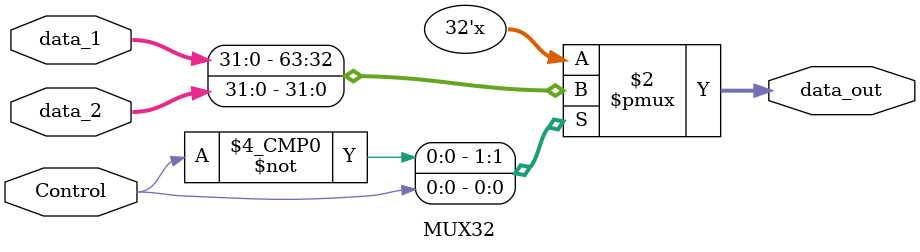
<source format=v>
module MUX32
(
    data_1,
    data_2,
    Control,
    data_out
);

// Interface
input   [31:0]      data_1;
input   [31:0]      data_2;
input               Control;
output  [31:0]      data_out;

reg     [31:0]      data_out;

always@(*) begin
    case (Control)
        1'b0 : data_out = data_1;
        1'b1 : data_out = data_2;
    endcase
end

endmodule

</source>
